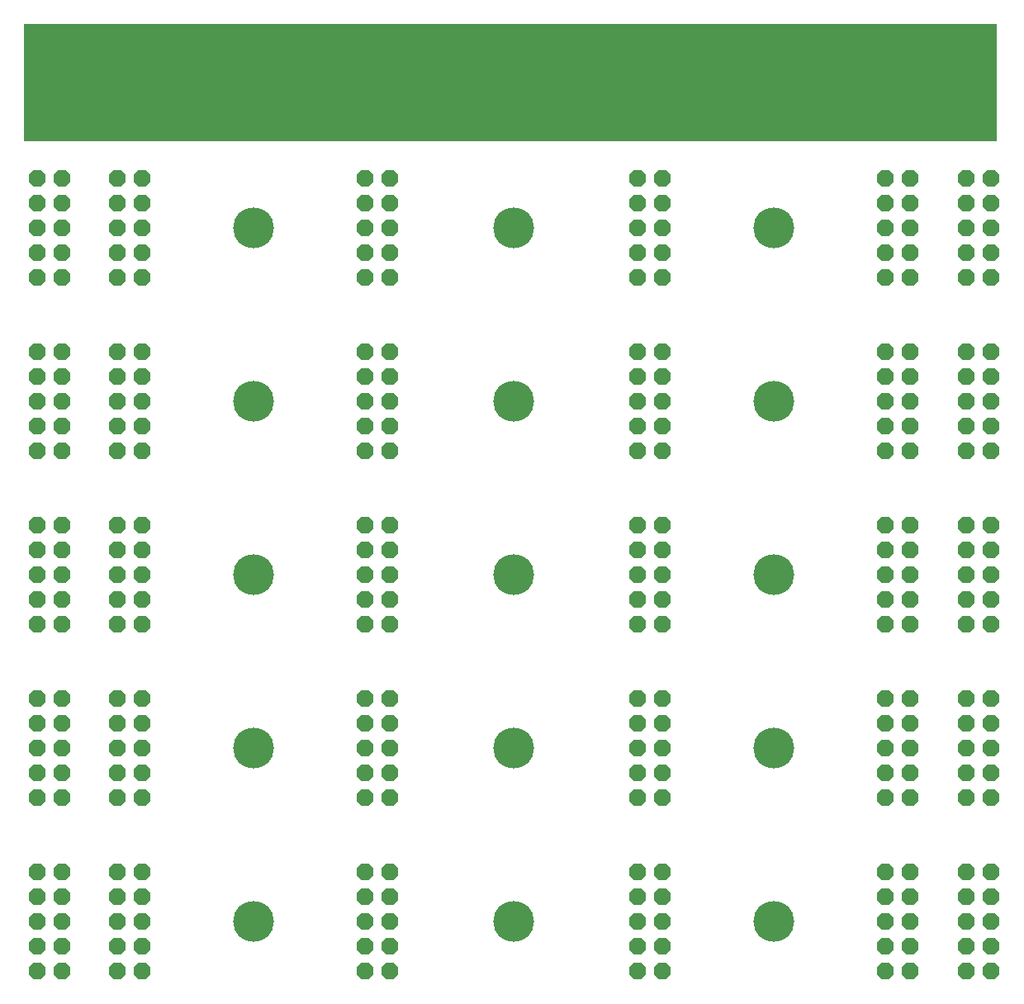
<source format=gbs>
G75*
%MOIN*%
%OFA0B0*%
%FSLAX24Y24*%
%IPPOS*%
%LPD*%
%AMOC8*
5,1,8,0,0,1.08239X$1,22.5*
%
%ADD10C,0.1650*%
%ADD11R,3.9250X0.4750*%
%ADD12OC8,0.0680*%
D10*
X010930Y008430D03*
X010930Y015430D03*
X010930Y022430D03*
X010930Y029430D03*
X010930Y036430D03*
X021430Y036430D03*
X021430Y029430D03*
X021430Y022430D03*
X021430Y015430D03*
X021430Y008430D03*
X031930Y008430D03*
X031930Y015430D03*
X031930Y022430D03*
X031930Y029430D03*
X031930Y036430D03*
D11*
X021305Y042305D03*
D12*
X002180Y006430D03*
X002180Y007430D03*
X002180Y008430D03*
X002180Y009430D03*
X002180Y010430D03*
X003180Y010430D03*
X003180Y009430D03*
X003180Y008430D03*
X003180Y007430D03*
X003180Y006430D03*
X005430Y006430D03*
X005430Y007430D03*
X005430Y008430D03*
X005430Y009430D03*
X005430Y010430D03*
X006430Y010430D03*
X006430Y009430D03*
X006430Y008430D03*
X006430Y007430D03*
X006430Y006430D03*
X006430Y013430D03*
X006430Y014430D03*
X006430Y015430D03*
X006430Y016430D03*
X006430Y017430D03*
X005430Y017430D03*
X005430Y016430D03*
X005430Y015430D03*
X005430Y014430D03*
X005430Y013430D03*
X003180Y013430D03*
X003180Y014430D03*
X003180Y015430D03*
X003180Y016430D03*
X003180Y017430D03*
X002180Y017430D03*
X002180Y016430D03*
X002180Y015430D03*
X002180Y014430D03*
X002180Y013430D03*
X002180Y020430D03*
X002180Y021430D03*
X002180Y022430D03*
X002180Y023430D03*
X002180Y024430D03*
X003180Y024430D03*
X003180Y023430D03*
X003180Y022430D03*
X003180Y021430D03*
X003180Y020430D03*
X005430Y020430D03*
X005430Y021430D03*
X005430Y022430D03*
X005430Y023430D03*
X005430Y024430D03*
X006430Y024430D03*
X006430Y023430D03*
X006430Y022430D03*
X006430Y021430D03*
X006430Y020430D03*
X006430Y027430D03*
X006430Y028430D03*
X006430Y029430D03*
X006430Y030430D03*
X006430Y031430D03*
X005430Y031430D03*
X005430Y030430D03*
X005430Y029430D03*
X005430Y028430D03*
X005430Y027430D03*
X003180Y027430D03*
X003180Y028430D03*
X003180Y029430D03*
X003180Y030430D03*
X003180Y031430D03*
X002180Y031430D03*
X002180Y030430D03*
X002180Y029430D03*
X002180Y028430D03*
X002180Y027430D03*
X002180Y034430D03*
X002180Y035430D03*
X002180Y036430D03*
X002180Y037430D03*
X002180Y038430D03*
X003180Y038430D03*
X003180Y037430D03*
X003180Y036430D03*
X003180Y035430D03*
X003180Y034430D03*
X005430Y034430D03*
X005430Y035430D03*
X005430Y036430D03*
X005430Y037430D03*
X005430Y038430D03*
X006430Y038430D03*
X006430Y037430D03*
X006430Y036430D03*
X006430Y035430D03*
X006430Y034430D03*
X015430Y034430D03*
X015430Y035430D03*
X015430Y036430D03*
X015430Y037430D03*
X015430Y038430D03*
X016430Y038430D03*
X016430Y037430D03*
X016430Y036430D03*
X016430Y035430D03*
X016430Y034430D03*
X016430Y031430D03*
X016430Y030430D03*
X016430Y029430D03*
X016430Y028430D03*
X016430Y027430D03*
X015430Y027430D03*
X015430Y028430D03*
X015430Y029430D03*
X015430Y030430D03*
X015430Y031430D03*
X015430Y024430D03*
X015430Y023430D03*
X015430Y022430D03*
X015430Y021430D03*
X015430Y020430D03*
X016430Y020430D03*
X016430Y021430D03*
X016430Y022430D03*
X016430Y023430D03*
X016430Y024430D03*
X016430Y017430D03*
X016430Y016430D03*
X016430Y015430D03*
X016430Y014430D03*
X016430Y013430D03*
X015430Y013430D03*
X015430Y014430D03*
X015430Y015430D03*
X015430Y016430D03*
X015430Y017430D03*
X015430Y010430D03*
X015430Y009430D03*
X015430Y008430D03*
X015430Y007430D03*
X015430Y006430D03*
X016430Y006430D03*
X016430Y007430D03*
X016430Y008430D03*
X016430Y009430D03*
X016430Y010430D03*
X026430Y010430D03*
X026430Y009430D03*
X026430Y008430D03*
X026430Y007430D03*
X026430Y006430D03*
X027430Y006430D03*
X027430Y007430D03*
X027430Y008430D03*
X027430Y009430D03*
X027430Y010430D03*
X027430Y013430D03*
X027430Y014430D03*
X027430Y015430D03*
X027430Y016430D03*
X027430Y017430D03*
X026430Y017430D03*
X026430Y016430D03*
X026430Y015430D03*
X026430Y014430D03*
X026430Y013430D03*
X026430Y020430D03*
X026430Y021430D03*
X026430Y022430D03*
X026430Y023430D03*
X026430Y024430D03*
X027430Y024430D03*
X027430Y023430D03*
X027430Y022430D03*
X027430Y021430D03*
X027430Y020430D03*
X027430Y027430D03*
X027430Y028430D03*
X027430Y029430D03*
X027430Y030430D03*
X027430Y031430D03*
X026430Y031430D03*
X026430Y030430D03*
X026430Y029430D03*
X026430Y028430D03*
X026430Y027430D03*
X026430Y034430D03*
X026430Y035430D03*
X026430Y036430D03*
X026430Y037430D03*
X026430Y038430D03*
X027430Y038430D03*
X027430Y037430D03*
X027430Y036430D03*
X027430Y035430D03*
X027430Y034430D03*
X036430Y034430D03*
X036430Y035430D03*
X036430Y036430D03*
X036430Y037430D03*
X036430Y038430D03*
X037430Y038430D03*
X037430Y037430D03*
X037430Y036430D03*
X037430Y035430D03*
X037430Y034430D03*
X039680Y034430D03*
X039680Y035430D03*
X039680Y036430D03*
X039680Y037430D03*
X039680Y038430D03*
X040680Y038430D03*
X040680Y037430D03*
X040680Y036430D03*
X040680Y035430D03*
X040680Y034430D03*
X040680Y031430D03*
X040680Y030430D03*
X040680Y029430D03*
X040680Y028430D03*
X040680Y027430D03*
X039680Y027430D03*
X039680Y028430D03*
X039680Y029430D03*
X039680Y030430D03*
X039680Y031430D03*
X037430Y031430D03*
X037430Y030430D03*
X037430Y029430D03*
X037430Y028430D03*
X037430Y027430D03*
X036430Y027430D03*
X036430Y028430D03*
X036430Y029430D03*
X036430Y030430D03*
X036430Y031430D03*
X036430Y024430D03*
X036430Y023430D03*
X036430Y022430D03*
X036430Y021430D03*
X036430Y020430D03*
X037430Y020430D03*
X037430Y021430D03*
X037430Y022430D03*
X037430Y023430D03*
X037430Y024430D03*
X039680Y024430D03*
X039680Y023430D03*
X039680Y022430D03*
X039680Y021430D03*
X039680Y020430D03*
X040680Y020430D03*
X040680Y021430D03*
X040680Y022430D03*
X040680Y023430D03*
X040680Y024430D03*
X040680Y017430D03*
X040680Y016430D03*
X040680Y015430D03*
X040680Y014430D03*
X040680Y013430D03*
X039680Y013430D03*
X039680Y014430D03*
X039680Y015430D03*
X039680Y016430D03*
X039680Y017430D03*
X037430Y017430D03*
X037430Y016430D03*
X037430Y015430D03*
X037430Y014430D03*
X037430Y013430D03*
X036430Y013430D03*
X036430Y014430D03*
X036430Y015430D03*
X036430Y016430D03*
X036430Y017430D03*
X036430Y010430D03*
X036430Y009430D03*
X036430Y008430D03*
X036430Y007430D03*
X036430Y006430D03*
X037430Y006430D03*
X037430Y007430D03*
X037430Y008430D03*
X037430Y009430D03*
X037430Y010430D03*
X039680Y010430D03*
X039680Y009430D03*
X039680Y008430D03*
X039680Y007430D03*
X039680Y006430D03*
X040680Y006430D03*
X040680Y007430D03*
X040680Y008430D03*
X040680Y009430D03*
X040680Y010430D03*
M02*

</source>
